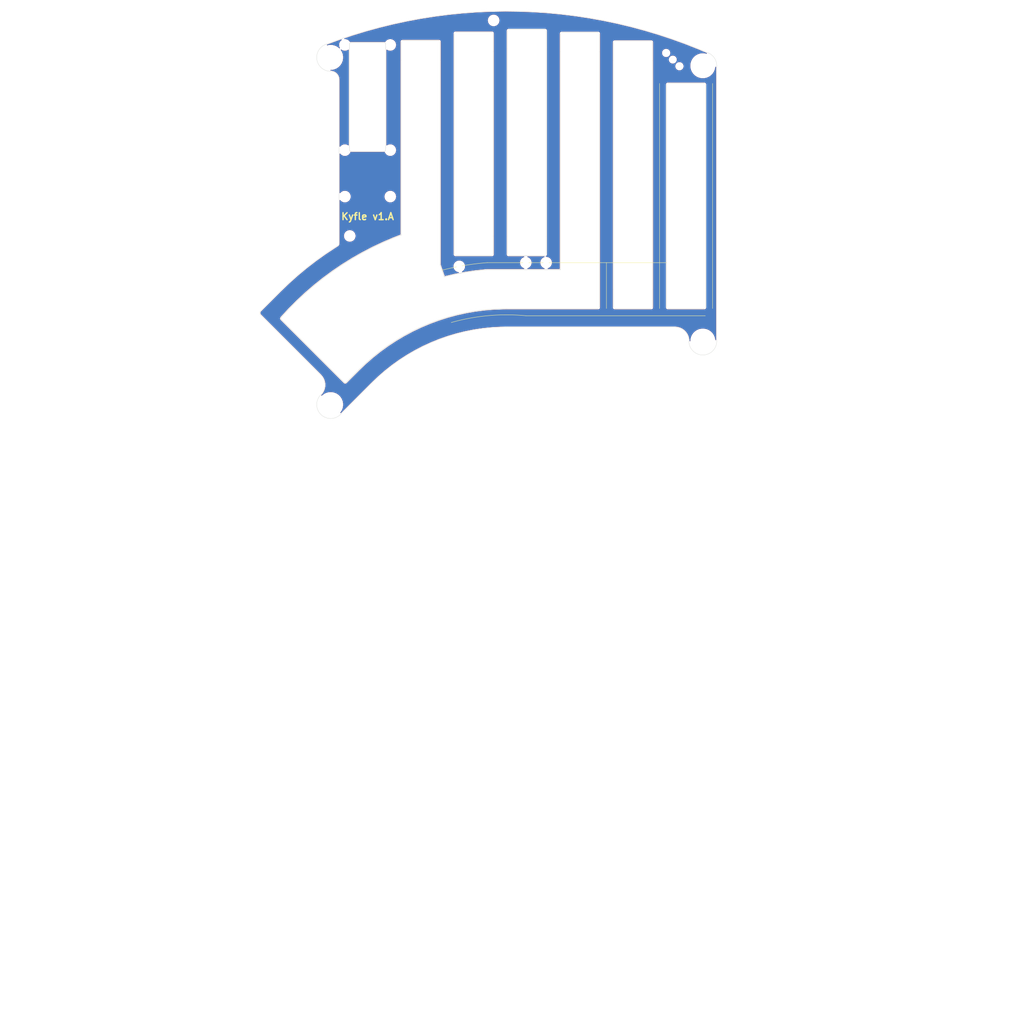
<source format=kicad_pcb>
(kicad_pcb (version 20171130) (host pcbnew 5.1.10-88a1d61d58~88~ubuntu18.04.1)
  (layers (0 F.Cu signal) (31 B.Cu signal) (34 B.Paste user hide) (35 F.Paste user hide) (36 B.SilkS user hide) (37 F.SilkS user hide) (38 B.Mask user hide) (39 F.Mask user hide) (44 Edge.Cuts user))
  (net 0 "")
  (module "Kyfle Footprints:M2_with_washer" (layer F.Cu) (at 175.97375 108.595)
    (fp_text reference REF** hide)
    (fp_text value MountingHole_2.2mm_M2_ISO14580)
    (pad "" np_thru_hole circle (at 0 0) (size 2 2) (drill 2) (layers *.Cu *.Mask) (clearance 1.1))
  )
  (module "Kyfle Footprints:M2_with_washer" (layer F.Cu) (at 168.68375 108.595)
    (fp_text reference REF** hide)
    (fp_text value MountingHole_2.2mm_M2_ISO14580)
    (pad "" np_thru_hole circle (at 0 0) (size 2 2) (drill 2) (layers *.Cu *.Mask) (clearance 1.1))
  )
  (module "Kyfle Footprints:CherryMX_Kyfle_v1_TopPlate_1u_Rail_Helper" (layer F.Cu) (at 147.543805 119.320811 10)
    (fp_text reference SW2 hide)
    (fp_text value KEY_SWITCH hide)
  )
  (module "Kyfle Footprints:M2_with_washer" (layer F.Cu) (at 144.793444 109.920811)
    (fp_text reference REF** hide)
    (fp_text value MountingHole_2.2mm_M2_ISO14580)
    (pad "" np_thru_hole circle (at 0 0) (size 2 2) (drill 2) (layers *.Cu *.Mask) (clearance 1.1))
  )
  (module "Kyfle Footprints:M2_with_washer" (layer F.Cu) (at 105.5 99)
    (fp_text reference REF** hide)
    (fp_text value MountingHole_2.2mm_M2_ISO14580)
    (pad "" np_thru_hole circle (at 0 0) (size 2 2) (drill 2) (layers *.Cu *.Mask) (clearance 1.1))
  )
  (module "Kyfle Footprints:M2_with_washer" (layer F.Cu) (at 157.14375 21.659375)
    (fp_text reference REF** hide)
    (fp_text value MountingHole_2.2mm_M2_ISO14580)
    (pad "" np_thru_hole circle (at 0 0) (size 2 2) (drill 2) (layers *.Cu *.Mask) (clearance 1.1))
  )
  (module "Kyfle Footprints:CherryMX_Kyfle_v1_TopPlate_1u_Rail_Helper" (layer F.Cu) (at 140.570866 120.913253 15)
    (fp_text reference SW2 hide)
    (fp_text value KEY_SWITCH hide)
  )
  (module "Kyfle Footprints:SK6812_Bit_Bottom" (layer F.Cu) (at 221.4375 35.721875)
    (fp_text reference SW2 hide)
    (fp_text value KEY_SWITCH hide)
    (pad "" np_thru_hole circle (at 2.38125 2.38125) (size 1.2 1.2) (drill 1.2) (layers *.Cu *.Mask) (clearance 0.9))
    (pad "" np_thru_hole circle (at -2.38125 -2.38125) (size 1.2 1.2) (drill 1.2) (layers *.Cu *.Mask) (clearance 0.9))
    (pad "" np_thru_hole circle (at 0 0) (size 2.5 2.5) (drill 2.5) (layers *.Cu *.Mask))
  )
  (module "Kyfle Footprints:Arduino_ProMicro_Kyfle_v1_TopPlate" (layer F.Cu) (at 111.9 58.6875)
    (fp_text reference SW2 hide)
    (fp_text value "PRO MICRO" hide)
    (fp_line (start -6 -29.06) (end 6 -29.06) (layer Edge.Cuts) (width 0.12))
    (fp_line (start 6.5 -28.56) (end 6.5 9.44) (layer Edge.Cuts) (width 0.12))
    (fp_line (start 6 9.94) (end -6 9.94) (layer Edge.Cuts) (width 0.12))
    (fp_line (start -6.5 9.44) (end -6.5 -28.56) (layer Edge.Cuts) (width 0.12))
    (fp_arc (start 6 9.44) (end 6 9.94) (angle -90) (layer Edge.Cuts) (width 0.12))
    (fp_arc (start -6 9.44) (end -6.5 9.44) (angle -90) (layer Edge.Cuts) (width 0.12))
    (fp_arc (start -6 -28.56) (end -6 -29.06) (angle -90) (layer Edge.Cuts) (width 0.12))
    (fp_arc (start 6 -28.56) (end 6.5 -28.56) (angle -90) (layer Edge.Cuts) (width 0.12))
    (pad "" np_thru_hole circle (at 8.14375 26.19375) (size 2 2) (drill 2) (layers *.Cu *.Mask) (clearance 1.1))
    (pad "" np_thru_hole circle (at -8.14375 -28.23) (size 2 2) (drill 2) (layers *.Cu *.Mask) (clearance 1.1))
    (pad "" np_thru_hole circle (at -8.14375 9.525) (size 2 2) (drill 2) (layers *.Cu *.Mask) (clearance 1.1))
    (pad "" np_thru_hole circle (at 8.14375 9.525) (size 2 2) (drill 2) (layers *.Cu *.Mask) (clearance 1.1))
    (pad "" np_thru_hole circle (at 8.14375 -28.23) (size 2 2) (drill 2) (layers *.Cu *.Mask) (clearance 1.1))
    (pad "" np_thru_hole circle (at -8.14375 26.19375) (size 2 2) (drill 2) (layers *.Cu *.Mask) (clearance 1.1))
  )
  (module "Kyfle Footprints:M5_with_washer" (layer F.Cu) (at 98.638899 34.932171)
    (fp_text reference REF** hide)
    (fp_text value MountingHole_2.2mm_M2_ISO14580)
    (pad "" np_thru_hole circle (at 0 0) (size 5.3 5.3) (drill 5.3) (layers *.Cu *.Mask) (clearance 1.85))
  )
  (module "Kyfle Footprints:M5_with_washer" (layer F.Cu) (at 98.638899 159.529137)
    (fp_text reference REF** hide)
    (fp_text value MountingHole_2.2mm_M2_ISO14580)
    (pad "" np_thru_hole circle (at 0 0) (size 5.3 5.3) (drill 5.3) (layers *.Cu *.Mask) (clearance 1.85))
  )
  (module "Kyfle Footprints:M5_with_washer" (layer F.Cu) (at 232.220381 136.74)
    (fp_text reference REF** hide)
    (fp_text value MountingHole_2.2mm_M2_ISO14580)
    (pad "" np_thru_hole circle (at 0 0) (size 5.3 5.3) (drill 5.3) (layers *.Cu *.Mask) (clearance 1.85))
  )
  (module "Kyfle Footprints:CherryMX_Kyfle_v1_TopPlate_1u_Rail_Helper" (layer F.Cu) (at 207.15 118.12 270)
    (fp_text reference SW2 hide)
    (fp_text value KEY_SWITCH hide)
  )
  (module "Kyfle Footprints:CherryMX_Kyfle_v1_TopPlate_1u_Rail_Helper" (layer F.Cu) (at 226.2 118.12 270)
    (fp_text reference SW2 hide)
    (fp_text value KEY_SWITCH hide)
  )
  (module "Kyfle Footprints:CherryMX_Kyfle_v1_TopPlate_1u_Rail_Helper" (layer F.Cu) (at 226.2 51.2 90)
    (fp_text reference SW2 hide)
    (fp_text value KEY_SWITCH hide)
  )
  (module "Kyfle Footprints:M5_with_washer" (layer F.Cu) (at 232.220381 37.928844)
    (fp_text reference REF** hide)
    (fp_text value MountingHole_2.2mm_M2_ISO14580)
    (pad "" np_thru_hole circle (at 0 0) (size 5.3 5.3) (drill 5.3) (layers *.Cu *.Mask) (clearance 1.85))
  )
  (module "Kyfle Footprints:CherryMX_Kyfle_v1_TopPlate_2u_1u_Rail_Helper" (layer F.Cu) (at 97.135413 135.364647 45)
    (fp_text reference SW2 hide)
    (fp_text value KEY_SWITCH hide)
  )
  (module "Kyfle Footprints:CherryMX_Kyfle_v1_TopPlate_2u_1u_Rail_Helper" (layer F.Cu) (at 132.003452 113.573203 19)
    (fp_text reference SW2 hide)
    (fp_text value KEY_SWITCH hide)
  )
  (module "Kyfle Footprints:CherryMX_Kyfle_v1_TopPlate_Corner" (layer F.Cu) (at 194.8 124.82)
    (fp_text reference REF** hide)
    (fp_text value CherryMX_Kyfle_v1_TopPlate_Corner hide)
    (pad "" np_thru_hole circle (at 0 0) (size 0.6 0.6) (drill 0.6) (layers *.Cu *.Mask))
  )
  (module "Kyfle Footprints:CherryMX_Kyfle_v1_TopPlate_1u_Rail_Helper" (layer F.Cu) (at 130.95 108.59 180)
    (fp_text reference SW2 hide)
    (fp_text value KEY_SWITCH hide)
  )
  (module "Kyfle Footprints:CherryMX_Kyfle_v1_TopPlate_1u_Rail_Helper" (layer F.Cu) (at 161.76 118.12 180)
    (fp_text reference SW2 hide)
    (fp_text value KEY_SWITCH hide)
  )
  (module "Kyfle Footprints:CherryMX_Kyfle_v1_TopPlate_1u_Rail_Helper" (layer F.Cu) (at 188.1 118.12)
    (fp_text reference SW2 hide)
    (fp_text value KEY_SWITCH hide)
  )
  (module "Kyfle Footprints:CherryMX_Kyfle_v1_TopPlate_1u_Rail_End" (layer F.Cu) (at 150 99.05 180)
    (fp_text reference SW2 hide)
    (fp_text value KEY_SWITCH hide)
    (fp_line (start -7 -6.5) (end -7 0) (layer Edge.Cuts) (width 0.15))
    (fp_line (start 7 0) (end 7 -6.5) (layer Edge.Cuts) (width 0.15))
    (fp_line (start 6.5 -7) (end -6.5 -7) (layer Edge.Cuts) (width 0.15))
    (fp_arc (start 6.5 -6.5) (end 7 -6.5) (angle -90) (layer Edge.Cuts) (width 0.15))
    (fp_arc (start -6.5 -6.5) (end -6.5 -7) (angle -90) (layer Edge.Cuts) (width 0.15))
    (pad "" np_thru_hole circle (at -6.7 -6.7 180) (size 0.6 0.6) (drill 0.6) (layers *.Cu))
    (pad "" np_thru_hole circle (at 6.7 -6.7 180) (size 0.6 0.6) (drill 0.6) (layers *.Cu))
  )
  (module "Kyfle Footprints:CherryMX_Kyfle_v1_TopPlate_1u_Rail_End" (layer F.Cu) (at 130.95 35.86)
    (fp_text reference SW2 hide)
    (fp_text value KEY_SWITCH hide)
    (fp_line (start -7 -6.5) (end -7 0) (layer Edge.Cuts) (width 0.15))
    (fp_line (start 7 0) (end 7 -6.5) (layer Edge.Cuts) (width 0.15))
    (fp_line (start 6.5 -7) (end -6.5 -7) (layer Edge.Cuts) (width 0.15))
    (fp_arc (start 6.5 -6.5) (end 7 -6.5) (angle -90) (layer Edge.Cuts) (width 0.15))
    (fp_arc (start -6.5 -6.5) (end -6.5 -7) (angle -90) (layer Edge.Cuts) (width 0.15))
    (pad "" np_thru_hole circle (at -6.7 -6.7) (size 0.6 0.6) (drill 0.6) (layers *.Cu))
    (pad "" np_thru_hole circle (at 6.7 -6.7) (size 0.6 0.6) (drill 0.6) (layers *.Cu))
  )
  (module "Kyfle Footprints:CherryMX_Kyfle_v1_TopPlate_1u_Rail_End" (layer F.Cu) (at 207.15 36.02)
    (fp_text reference SW2 hide)
    (fp_text value KEY_SWITCH hide)
    (fp_line (start -7 -6.5) (end -7 0) (layer Edge.Cuts) (width 0.15))
    (fp_line (start 7 0) (end 7 -6.5) (layer Edge.Cuts) (width 0.15))
    (fp_line (start 6.5 -7) (end -6.5 -7) (layer Edge.Cuts) (width 0.15))
    (fp_arc (start 6.5 -6.5) (end 7 -6.5) (angle -90) (layer Edge.Cuts) (width 0.15))
    (fp_arc (start -6.5 -6.5) (end -6.5 -7) (angle -90) (layer Edge.Cuts) (width 0.15))
    (pad "" np_thru_hole circle (at -6.7 -6.7) (size 0.6 0.6) (drill 0.6) (layers *.Cu))
    (pad "" np_thru_hole circle (at 6.7 -6.7) (size 0.6 0.6) (drill 0.6) (layers *.Cu))
  )
  (module "Kyfle Footprints:CherryMX_Kyfle_v1_TopPlate_1u_Rail_End" (layer F.Cu) (at 188.1 32.94)
    (fp_text reference SW2 hide)
    (fp_text value KEY_SWITCH hide)
    (fp_line (start -7 -6.5) (end -7 0) (layer Edge.Cuts) (width 0.15))
    (fp_line (start 7 0) (end 7 -6.5) (layer Edge.Cuts) (width 0.15))
    (fp_line (start 6.5 -7) (end -6.5 -7) (layer Edge.Cuts) (width 0.15))
    (fp_arc (start 6.5 -6.5) (end 7 -6.5) (angle -90) (layer Edge.Cuts) (width 0.15))
    (fp_arc (start -6.5 -6.5) (end -6.5 -7) (angle -90) (layer Edge.Cuts) (width 0.15))
    (pad "" np_thru_hole circle (at -6.7 -6.7) (size 0.6 0.6) (drill 0.6) (layers *.Cu))
    (pad "" np_thru_hole circle (at 6.7 -6.7) (size 0.6 0.6) (drill 0.6) (layers *.Cu))
  )
  (module "Kyfle Footprints:CherryMX_Kyfle_v1_TopPlate_1u_Rail_End" (layer F.Cu) (at 169.05 31.9)
    (fp_text reference SW2 hide)
    (fp_text value KEY_SWITCH hide)
    (fp_line (start -7 -6.5) (end -7 0) (layer Edge.Cuts) (width 0.15))
    (fp_line (start 7 0) (end 7 -6.5) (layer Edge.Cuts) (width 0.15))
    (fp_line (start 6.5 -7) (end -6.5 -7) (layer Edge.Cuts) (width 0.15))
    (fp_arc (start 6.5 -6.5) (end 7 -6.5) (angle -90) (layer Edge.Cuts) (width 0.15))
    (fp_arc (start -6.5 -6.5) (end -6.5 -7) (angle -90) (layer Edge.Cuts) (width 0.15))
    (pad "" np_thru_hole circle (at -6.7 -6.7) (size 0.6 0.6) (drill 0.6) (layers *.Cu))
    (pad "" np_thru_hole circle (at 6.7 -6.7) (size 0.6 0.6) (drill 0.6) (layers *.Cu))
  )
  (module "Kyfle Footprints:CherryMX_Kyfle_v1_TopPlate_1u_Rail_End" (layer F.Cu) (at 169.05 99.07 180)
    (fp_text reference SW2 hide)
    (fp_text value KEY_SWITCH hide)
    (fp_line (start -7 -6.5) (end -7 0) (layer Edge.Cuts) (width 0.15))
    (fp_line (start 7 0) (end 7 -6.5) (layer Edge.Cuts) (width 0.15))
    (fp_line (start 6.5 -7) (end -6.5 -7) (layer Edge.Cuts) (width 0.15))
    (fp_arc (start 6.5 -6.5) (end 7 -6.5) (angle -90) (layer Edge.Cuts) (width 0.15))
    (fp_arc (start -6.5 -6.5) (end -6.5 -7) (angle -90) (layer Edge.Cuts) (width 0.15))
    (pad "" np_thru_hole circle (at -6.7 -6.7 180) (size 0.6 0.6) (drill 0.6) (layers *.Cu))
    (pad "" np_thru_hole circle (at 6.7 -6.7 180) (size 0.6 0.6) (drill 0.6) (layers *.Cu))
  )
  (module "Kyfle Footprints:CherryMX_Kyfle_v1_TopPlate_1u_Rail_End" (layer F.Cu) (at 150 32.86)
    (fp_text reference SW2 hide)
    (fp_text value KEY_SWITCH hide)
    (fp_line (start -7 -6.5) (end -7 0) (layer Edge.Cuts) (width 0.15))
    (fp_line (start 7 0) (end 7 -6.5) (layer Edge.Cuts) (width 0.15))
    (fp_line (start 6.5 -7) (end -6.5 -7) (layer Edge.Cuts) (width 0.15))
    (fp_arc (start 6.5 -6.5) (end 7 -6.5) (angle -90) (layer Edge.Cuts) (width 0.15))
    (fp_arc (start -6.5 -6.5) (end -6.5 -7) (angle -90) (layer Edge.Cuts) (width 0.15))
    (pad "" np_thru_hole circle (at -6.7 -6.7) (size 0.6 0.6) (drill 0.6) (layers *.Cu))
    (pad "" np_thru_hole circle (at 6.7 -6.7) (size 0.6 0.6) (drill 0.6) (layers *.Cu))
  )
  (module "Kyfle Footprints:CherryMX_Kyfle_v1_TopPlate_1u_Rail_End" (layer F.Cu) (at 226.2 51.2)
    (fp_text reference SW2 hide)
    (fp_text value KEY_SWITCH hide)
    (fp_line (start -7 -6.5) (end -7 0) (layer Edge.Cuts) (width 0.15))
    (fp_line (start 7 0) (end 7 -6.5) (layer Edge.Cuts) (width 0.15))
    (fp_line (start 6.5 -7) (end -6.5 -7) (layer Edge.Cuts) (width 0.15))
    (fp_arc (start 6.5 -6.5) (end 7 -6.5) (angle -90) (layer Edge.Cuts) (width 0.15))
    (fp_arc (start -6.5 -6.5) (end -6.5 -7) (angle -90) (layer Edge.Cuts) (width 0.15))
    (pad "" np_thru_hole circle (at -6.7 -6.7) (size 0.6 0.6) (drill 0.6) (layers *.Cu))
    (pad "" np_thru_hole circle (at 6.7 -6.7) (size 0.6 0.6) (drill 0.6) (layers *.Cu))
  )
  (module "Kyfle Footprints:CherryMX_Kyfle_v1_TopPlate_1u_Rail_End" (layer F.Cu) (at 226.2 118.12 180)
    (fp_text reference SW2 hide)
    (fp_text value KEY_SWITCH hide)
    (fp_line (start -7 -6.5) (end -7 0) (layer Edge.Cuts) (width 0.15))
    (fp_line (start 7 0) (end 7 -6.5) (layer Edge.Cuts) (width 0.15))
    (fp_line (start 6.5 -7) (end -6.5 -7) (layer Edge.Cuts) (width 0.15))
    (fp_arc (start 6.5 -6.5) (end 7 -6.5) (angle -90) (layer Edge.Cuts) (width 0.15))
    (fp_arc (start -6.5 -6.5) (end -6.5 -7) (angle -90) (layer Edge.Cuts) (width 0.15))
    (pad "" np_thru_hole circle (at -6.7 -6.7 180) (size 0.6 0.6) (drill 0.6) (layers *.Cu))
    (pad "" np_thru_hole circle (at 6.7 -6.7 180) (size 0.6 0.6) (drill 0.6) (layers *.Cu))
  )
  (module "Kyfle Footprints:CherryMX_Kyfle_v1_TopPlate_1u_Rail_End" (layer F.Cu) (at 207.15 118.12 180)
    (fp_text reference SW2 hide)
    (fp_text value KEY_SWITCH hide)
    (fp_line (start -7 -6.5) (end -7 0) (layer Edge.Cuts) (width 0.15))
    (fp_line (start 7 0) (end 7 -6.5) (layer Edge.Cuts) (width 0.15))
    (fp_line (start 6.5 -7) (end -6.5 -7) (layer Edge.Cuts) (width 0.15))
    (fp_arc (start 6.5 -6.5) (end 7 -6.5) (angle -90) (layer Edge.Cuts) (width 0.15))
    (fp_arc (start -6.5 -6.5) (end -6.5 -7) (angle -90) (layer Edge.Cuts) (width 0.15))
    (pad "" np_thru_hole circle (at -6.7 -6.7 180) (size 0.6 0.6) (drill 0.6) (layers *.Cu))
    (pad "" np_thru_hole circle (at 6.7 -6.7 180) (size 0.6 0.6) (drill 0.6) (layers *.Cu))
  )
  (gr_line (start 197.625 125.04375) (end 197.625 108.595) (layer F.SilkS) (width 0.15))
  (gr_arc (start 161.760381 199.9936) (end 168.683749 127.645001) (angle -21.31228169) (layer F.SilkS) (width 0.15))
  (gr_arc (start 161.760381 199.9936) (end 154.83625 108.595) (angle -10.30234971) (layer F.SilkS) (width 0.15))
  (gr_line (start 154.83625 108.595) (end 219.27625 108.595) (layer F.SilkS) (width 0.15))
  (gr_line (start 233.12375 127.645) (end 168.68375 127.645) (layer F.SilkS) (width 0.15))
  (gr_line (start 216.675 44.27625) (end 216.675 125.04375) (layer F.SilkS) (width 0.15))
  (gr_line (start 235.725 125.04375) (end 235.725 44.27625) (layer F.SilkS) (width 0.15))
  (gr_line (start 137.95 109.342358) (end 139.444588 113.682955) (layer Edge.Cuts) (width 0.15))
  (gr_line (start 80.83067 128.2497) (end 80.854279 128.275902) (layer Edge.Cuts) (width 0.15))
  (gr_arc (start 161.760381 199.9936) (end 123.95 98.666504) (angle -27.97997949) (layer Edge.Cuts) (width 0.15))
  (gr_line (start 103.517053 151.64578) (end 80.854279 128.983008) (layer Edge.Cuts) (width 0.15))
  (gr_line (start 108.818744 147.047978) (end 104.224158 151.645779) (layer Edge.Cuts) (width 0.15))
  (gr_arc (start 81.207832 128.629455) (end 80.854279 128.275902) (angle -90) (layer Edge.Cuts) (width 0.15))
  (gr_arc (start 103.870605 151.292227) (end 103.517053 151.64578) (angle -90) (layer Edge.Cuts) (width 0.15))
  (gr_line (start 154.760001 111.120001) (end 181.1 111.12) (layer Edge.Cuts) (width 0.15))
  (gr_arc (start 194.6 124.62) (end 194.6 125.12) (angle -90) (layer Edge.Cuts) (width 0.15))
  (gr_arc (start 161.760381 199.9936) (end 154.760001 111.120001) (angle -9.992714853) (layer Edge.Cuts) (width 0.15))
  (gr_line (start 161.760001 125.120001) (end 194.6 125.12) (layer Edge.Cuts) (width 0.15))
  (gr_arc (start 161.760381 199.9936) (end 161.760001 125.120001) (angle -44.99755286) (layer Edge.Cuts) (width 0.15))
  (gr_line (start 123.95 35.86) (end 123.95 98.666504) (layer Edge.Cuts) (width 0.15))
  (gr_line (start 137.95 109.342358) (end 137.95 35.86) (layer Edge.Cuts) (width 0.15))
  (gr_line (start 143 32.86) (end 143 99.05) (layer Edge.Cuts) (width 0.15))
  (gr_line (start 157 99.05) (end 157 32.86) (layer Edge.Cuts) (width 0.15))
  (gr_line (start 162.05 31.9) (end 162.05 99.07) (layer Edge.Cuts) (width 0.15))
  (gr_line (start 176.05 99.07) (end 176.05 31.9) (layer Edge.Cuts) (width 0.15))
  (gr_line (start 181.1 32.94) (end 181.1 111.12) (layer Edge.Cuts) (width 0.15))
  (gr_line (start 195.1 124.62) (end 195.1 32.94) (layer Edge.Cuts) (width 0.15))
  (gr_line (start 200.15 36.02) (end 200.15 118.12) (layer Edge.Cuts) (width 0.15))
  (gr_line (start 214.15 118.12) (end 214.15 36.02) (layer Edge.Cuts) (width 0.15))
  (gr_line (start 219.2 51.2) (end 219.2 118.12) (layer Edge.Cuts) (width 0.15))
  (gr_line (start 233.2 118.12) (end 233.2 51.2) (layer Edge.Cuts) (width 0.15))
  (gr_arc (start 74.231955 126.636911) (end 73.524848 125.929804) (angle -90) (layer Edge.Cuts) (width 0.12))
  (gr_arc (start 91.567831 152.458069) (end 95.103365 155.993603) (angle -90) (layer Edge.Cuts) (width 0.1))
  (gr_arc (start 98.638899 159.529137) (end 95.103365 155.993603) (angle -180) (layer Edge.Cuts) (width 0.1))
  (gr_arc (start 98.641295 42.905771) (end 101.614896 42.905771) (angle -90) (layer Edge.Cuts) (width 0.1))
  (gr_arc (start 98.638899 34.932171) (end 96.852971 30.262004) (angle -159.1) (layer Edge.Cuts) (width 0.1))
  (gr_arc (start 222.220381 136.74) (end 227.220381 136.74) (angle -90) (layer Edge.Cuts) (width 0.1))
  (gr_arc (start 232.220381 136.74) (end 227.220381 136.74) (angle -180) (layer Edge.Cuts) (width 0.1))
  (gr_arc (start 100.614896 101.696643) (end 101.143092 102.545766) (angle -58.1) (layer Edge.Cuts) (width 0.1))
  (gr_line (start 101.614896 42.905771) (end 101.614896 101.696929) (layer Edge.Cuts) (width 0.1))
  (gr_text "Kyfle v1.A" (at 111.9 92.025) (layer F.SilkS) (effects (font (size 2.5 2.5) (thickness 0.5))))
  (gr_arc (start 232.220381 37.928844) (end 237.220381 37.928844) (angle -66.5) (layer Edge.Cuts) (width 0.1))
  (gr_arc (start 161.760381 199.9936) (end 234.214126 33.343544) (angle -44.42521298) (layer Edge.Cuts) (width 0.1))
  (gr_arc (start 161.760381 199.9936) (end 101.143092 102.545766) (angle -13.11497318) (layer Edge.Cuts) (width 0.1))
  (gr_line (start 73.524848 125.929804) (end 80.612709 118.841943) (layer Edge.Cuts) (width 0.1))
  (gr_line (start 95.103365 148.922535) (end 73.524848 127.344018) (layer Edge.Cuts) (width 0.1))
  (gr_line (start 113.500343 151.733562) (end 102.174433 163.064671) (layer Edge.Cuts) (width 0.1))
  (gr_arc (start 161.760381 199.9936) (end 161.760381 131.7436) (angle -45) (layer Edge.Cuts) (width 0.1))
  (gr_line (start 161.760381 131.7436) (end 222.220381 131.74) (layer Edge.Cuts) (width 0.1))
  (gr_line (start 237.220381 37.928844) (end 237.220381 136.74) (layer Edge.Cuts) (width 0.1))
  (zone (net 0) (net_name "") (layer F.Cu) (connect_pads (clearance 0.2)) (min_thickness 0.254) (fill yes (arc_segments 32) (thermal_gap 0.508) (thermal_bridge_width 0.508))
    (polygon (pts (xy 55.95 132.5) (xy 95.95 172.5) (xy 135.95 142.5) (xy 240.95 142.5) (xy 240.95 17.5) (xy 90.95 17.5) (xy 90.95 97.5)))
  )
  (zone (net 0) (net_name "") (layer B.Cu) (connect_pads (clearance 0.2)) (min_thickness 0.254) (fill yes (arc_segments 32) (thermal_gap 0.508) (thermal_bridge_width 0.508))
    (polygon (pts (xy 55.95 132.5) (xy 95.95 172.5) (xy 135.95 142.5) (xy 240.95 142.5) (xy 240.95 17.5) (xy 90.95 17.5) (xy 90.95 97.5)))
  )
)
</source>
